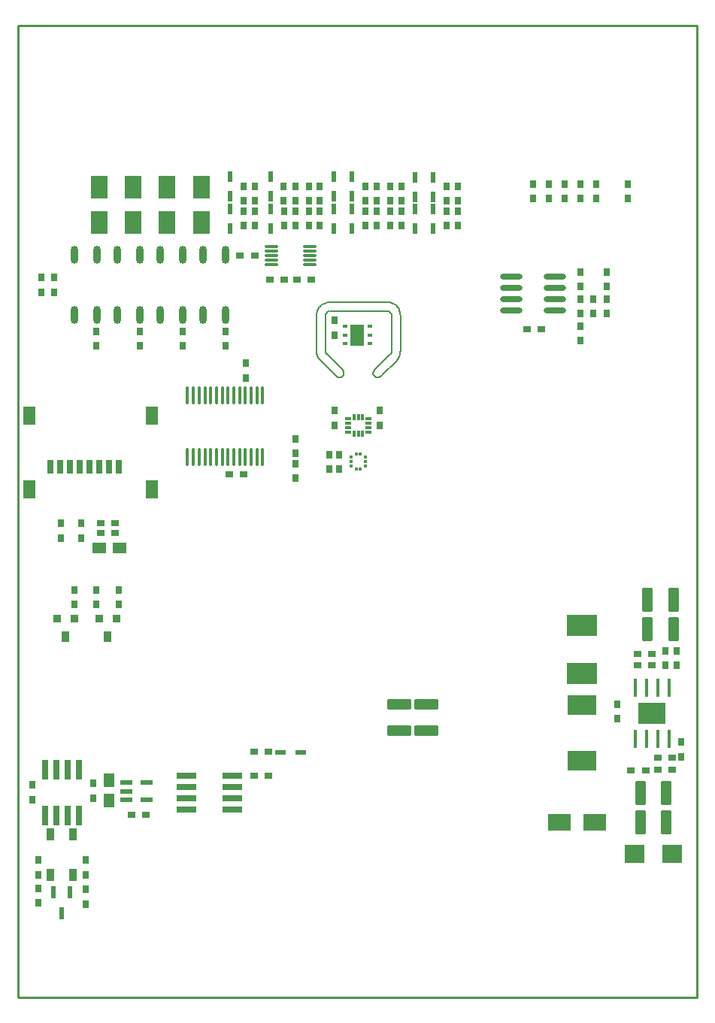
<source format=gtp>
%FSTAX23Y23*%
%MOIN*%
%SFA1B1*%

%IPPOS*%
%AMD15*
4,1,8,0.027000,-0.009900,0.027000,0.009900,0.025200,0.011600,-0.025200,0.011600,-0.027000,0.009900,-0.027000,-0.009900,-0.025200,-0.011600,0.025200,-0.011600,0.027000,-0.009900,0.0*
1,1,0.003480,0.025200,-0.009900*
1,1,0.003480,0.025200,0.009900*
1,1,0.003480,-0.025200,0.009900*
1,1,0.003480,-0.025200,-0.009900*
%
%AMD17*
4,1,8,-0.027600,-0.005500,0.027600,-0.005500,0.028900,-0.004100,0.028900,0.004100,0.027600,0.005500,-0.027600,0.005500,-0.028900,0.004100,-0.028900,-0.004100,-0.027600,-0.005500,0.0*
1,1,0.002760,-0.027600,-0.004100*
1,1,0.002760,0.027600,-0.004100*
1,1,0.002760,0.027600,0.004100*
1,1,0.002760,-0.027600,0.004100*
%
%AMD19*
4,1,8,-0.010800,-0.005900,0.010800,-0.005900,0.012300,-0.004400,0.012300,0.004400,0.010800,0.005900,-0.010800,0.005900,-0.012300,0.004400,-0.012300,-0.004400,-0.010800,-0.005900,0.0*
1,1,0.002960,-0.010800,-0.004400*
1,1,0.002960,0.010800,-0.004400*
1,1,0.002960,0.010800,0.004400*
1,1,0.002960,-0.010800,0.004400*
%
%AMD20*
4,1,8,-0.004400,-0.012300,0.004400,-0.012300,0.005900,-0.010800,0.005900,0.010800,0.004400,0.012300,-0.004400,0.012300,-0.005900,0.010800,-0.005900,-0.010800,-0.004400,-0.012300,0.0*
1,1,0.002960,-0.004400,-0.010800*
1,1,0.002960,0.004400,-0.010800*
1,1,0.002960,0.004400,0.010800*
1,1,0.002960,-0.004400,0.010800*
%
%AMD25*
4,1,8,0.017700,0.053100,-0.017700,0.053100,-0.022600,0.048200,-0.022600,-0.048200,-0.017700,-0.053100,0.017700,-0.053100,0.022600,-0.048200,0.022600,0.048200,0.017700,0.053100,0.0*
1,1,0.009960,0.017700,0.048200*
1,1,0.009960,-0.017700,0.048200*
1,1,0.009960,-0.017700,-0.048200*
1,1,0.009960,0.017700,-0.048200*
%
%AMD26*
4,1,8,-0.053100,0.017700,-0.053100,-0.017700,-0.048200,-0.022600,0.048200,-0.022600,0.053100,-0.017700,0.053100,0.017700,0.048200,0.022600,-0.048200,0.022600,-0.053100,0.017700,0.0*
1,1,0.009960,-0.048200,0.017700*
1,1,0.009960,-0.048200,-0.017700*
1,1,0.009960,0.048200,-0.017700*
1,1,0.009960,0.048200,0.017700*
%
%ADD10R,0.023620X0.053150*%
%ADD11R,0.017720X0.084650*%
%ADD12R,0.122050X0.094490*%
%ADD13R,0.036000X0.036000*%
%ADD14R,0.036000X0.050000*%
G04~CAMADD=15~8~0.0~0.0~232.3~539.4~17.4~0.0~15~0.0~0.0~0.0~0.0~0~0.0~0.0~0.0~0.0~0~0.0~0.0~0.0~270.0~540.0~232.0*
%ADD15D15*%
%ADD16R,0.035430X0.031500*%
G04~CAMADD=17~8~0.0~0.0~578.7~110.2~13.8~0.0~15~0.0~0.0~0.0~0.0~0~0.0~0.0~0.0~0.0~0~0.0~0.0~0.0~180.0~578.0~110.0*
%ADD17D17*%
%ADD18O,0.014330X0.079350*%
G04~CAMADD=19~8~0.0~0.0~246.1~118.1~14.8~0.0~15~0.0~0.0~0.0~0.0~0~0.0~0.0~0.0~0.0~0~0.0~0.0~0.0~180.0~246.0~118.0*
%ADD19D19*%
G04~CAMADD=20~8~0.0~0.0~118.1~246.1~14.8~0.0~15~0.0~0.0~0.0~0.0~0~0.0~0.0~0.0~0.0~0~0.0~0.0~0.0~180.0~118.0~246.0*
%ADD20D20*%
%ADD21O,0.035430X0.078740*%
%ADD22R,0.057090X0.078740*%
%ADD23R,0.031500X0.059050*%
%ADD24R,0.135000X0.098000*%
G04~CAMADD=25~8~0.0~0.0~452.8~1063.0~49.8~0.0~15~0.0~0.0~0.0~0.0~0~0.0~0.0~0.0~0.0~0~0.0~0.0~0.0~0.0~452.8~1063.0*
%ADD25D25*%
G04~CAMADD=26~8~0.0~0.0~452.8~1063.0~49.8~0.0~15~0.0~0.0~0.0~0.0~0~0.0~0.0~0.0~0.0~0~0.0~0.0~0.0~90.0~1062.0~452.0*
%ADD26D26*%
%ADD27R,0.013680X0.014830*%
%ADD28R,0.014830X0.013680*%
%ADD29R,0.035430X0.053150*%
%ADD30R,0.059050X0.094490*%
%ADD31R,0.023620X0.015750*%
%ADD32R,0.045560X0.019360*%
%ADD33R,0.019360X0.045560*%
%ADD34R,0.025590X0.085430*%
%ADD35R,0.085430X0.025590*%
%ADD36R,0.085430X0.078740*%
%ADD37R,0.074800X0.098420*%
%ADD38R,0.098420X0.074800*%
%ADD39R,0.031500X0.035430*%
%ADD40R,0.050000X0.060000*%
%ADD41R,0.060000X0.050000*%
%ADD42R,0.125200X0.085840*%
%ADD43O,0.098420X0.027560*%
%ADD45C,0.010000*%
%ADD55C,0.005910*%
%LNsbtech_icarusboard_1v0-1*%
%LPD*%
G54D10*
X0023Y00467D03*
X00155D03*
X00193Y00372D03*
G54D11*
X02736Y01147D03*
X02786D03*
X02836Y01148D03*
X02886Y01147D03*
Y01373D03*
X02836Y01373D03*
X02786Y01373D03*
X02736D03*
G54D12*
X02811Y0126D03*
G54D13*
X00435Y01679D03*
X0036D03*
X00173D03*
X00248D03*
G54D14*
X00397Y01599D03*
X0021D03*
G54D15*
X00571Y00952D03*
Y00877D03*
X00478D03*
Y00915D03*
Y00952D03*
G54D16*
X0118Y03184D03*
X01115D03*
X013D03*
X01235D03*
X00502Y0081D03*
X00567D03*
X01045Y01089D03*
X0111D03*
X0043Y02104D03*
X00365D03*
X02835Y01009D03*
X029D03*
X0281Y01524D03*
X02745D03*
X02717Y01008D03*
X02782D03*
X00935Y02319D03*
X01D03*
X01048Y0329D03*
X00983D03*
X01045Y00983D03*
X0111D03*
X00365Y02059D03*
X0043D03*
X0281Y01474D03*
X02745D03*
X02835Y01064D03*
X029D03*
X02255Y02964D03*
X0232D03*
G54D17*
X01292Y03251D03*
Y03271D03*
Y0329D03*
Y0331D03*
Y0333D03*
X01123D03*
Y0331D03*
Y0329D03*
Y03271D03*
Y03251D03*
G54D18*
X00751Y02398D03*
X00777D03*
X00802D03*
X00828D03*
X00854D03*
X00879D03*
X00905D03*
X0093D03*
X00956D03*
X00982D03*
X01007D03*
X01033D03*
X01058D03*
X01084D03*
X00751Y0267D03*
X00777D03*
X00802D03*
X00828D03*
X00854D03*
X00879D03*
X00905D03*
X0093D03*
X00956D03*
X00982D03*
X01007D03*
X01033D03*
X01058D03*
X01084D03*
G54D19*
X01553Y02507D03*
Y02527D03*
Y02546D03*
Y02566D03*
X01462D03*
Y02546D03*
Y02527D03*
Y02507D03*
G54D20*
X01527Y02572D03*
X01508D03*
X01488D03*
Y02501D03*
X01508D03*
X01527D03*
G54D21*
X00818Y03294D03*
X00918D03*
Y03027D03*
X00818D03*
X00628Y03294D03*
X00728D03*
Y03027D03*
X00628D03*
X00438Y03294D03*
X00538D03*
Y03027D03*
X00438D03*
X00248Y03294D03*
X00348D03*
Y03027D03*
X00248D03*
G54D22*
X0005Y02579D03*
X00592D03*
Y02252D03*
X0005Y02252D03*
G54D23*
X00143Y02354D03*
X00186Y02355D03*
X0023Y02354D03*
X00273D03*
X00317D03*
X0036D03*
X00403D03*
X00447D03*
G54D24*
X02498Y01437D03*
Y01651D03*
G54D25*
X02758Y00778D03*
X02874D03*
X02789Y01764D03*
X02906D03*
X02789Y01634D03*
X02906D03*
X02758Y00908D03*
X02874D03*
G54D26*
X01808Y01184D03*
Y01301D03*
X01688Y01184D03*
Y01301D03*
G54D27*
X01498Y02344D03*
X01517D03*
Y02409D03*
X01498D03*
G54D28*
X0154Y02357D03*
Y02376D03*
Y02396D03*
X01475D03*
Y02376D03*
Y02357D03*
G54D29*
X00143Y00543D03*
X00242D03*
Y00723D03*
X00143D03*
G54D30*
X01504Y02938D03*
G54D31*
X01448Y02901D03*
Y02938D03*
Y02976D03*
X01559D03*
Y02938D03*
Y02901D03*
G54D32*
X01252Y01087D03*
X01164D03*
G54D33*
X01838Y03498D03*
Y0341D03*
Y03638D03*
Y0355D03*
X01478Y03498D03*
Y0341D03*
Y0364D03*
Y03552D03*
X01758Y03498D03*
Y0341D03*
Y03638D03*
Y0355D03*
X01398Y03498D03*
Y0341D03*
Y03641D03*
Y03553D03*
X01118Y03498D03*
Y0341D03*
Y03641D03*
Y03553D03*
X00938Y03498D03*
Y0341D03*
Y03641D03*
Y03553D03*
G54D34*
X00268Y00808D03*
X00118D03*
X00268Y0101D03*
X00218D03*
X00168D03*
X00118D03*
X00218Y00808D03*
X00168D03*
G54D35*
X00949Y00983D03*
Y00833D03*
X00747Y00983D03*
Y00933D03*
Y00883D03*
Y00833D03*
X00949Y00933D03*
Y00883D03*
G54D36*
X02732Y00638D03*
X02901D03*
G54D37*
X00813Y03593D03*
Y03436D03*
X00658Y03593D03*
Y03436D03*
X00508Y03593D03*
Y03436D03*
X00358Y03593D03*
Y03436D03*
G54D38*
X02398Y00778D03*
X02555D03*
G54D39*
X00447Y01742D03*
Y01807D03*
X00347Y01742D03*
Y01807D03*
X00248Y01742D03*
Y01807D03*
X00188Y02102D03*
Y02037D03*
X00278Y02102D03*
Y02037D03*
X02493Y03542D03*
Y03607D03*
X02703Y03542D03*
Y03607D03*
X02493Y02912D03*
Y02977D03*
X02608Y03032D03*
Y03097D03*
X02493D03*
Y03032D03*
X02563Y03542D03*
Y03607D03*
X02423Y03542D03*
Y03607D03*
X02284Y03542D03*
Y03607D03*
X02353Y03542D03*
Y03607D03*
X02493Y03152D03*
Y03217D03*
X02548Y03097D03*
Y03032D03*
X00158Y03192D03*
Y03127D03*
X00103Y03192D03*
Y03127D03*
X01008Y02812D03*
Y02747D03*
X00918Y02954D03*
Y02889D03*
X00728Y02954D03*
Y02889D03*
X00538Y02954D03*
Y02889D03*
X00347Y02954D03*
Y02889D03*
X01948Y03487D03*
Y03422D03*
X01588Y03487D03*
Y03422D03*
X01898D03*
Y03487D03*
X01538Y03422D03*
Y03487D03*
X01898Y03532D03*
Y03597D03*
X01538Y03532D03*
Y03597D03*
X01648Y03487D03*
Y03422D03*
X01288Y03487D03*
Y03422D03*
X01698D03*
Y03487D03*
X01337Y03422D03*
Y03487D03*
X01698Y03532D03*
Y03597D03*
X01337Y03532D03*
Y03597D03*
X01228Y03487D03*
Y03422D03*
X01178D03*
Y03487D03*
X01177Y03532D03*
Y03597D03*
X01048Y03487D03*
Y03422D03*
X00998D03*
Y03487D03*
X01048Y03532D03*
Y03597D03*
X00298Y00609D03*
Y00544D03*
X00088Y00609D03*
Y00544D03*
X01228Y02367D03*
Y02302D03*
Y02412D03*
Y02477D03*
X02938Y01132D03*
Y01067D03*
X02868Y01537D03*
Y01472D03*
X02608Y03152D03*
Y03217D03*
X01948Y03532D03*
Y03597D03*
X01588Y03532D03*
Y03597D03*
X01648Y03532D03*
Y03597D03*
X01288Y03532D03*
Y03597D03*
X01228Y03532D03*
Y03597D03*
X00998Y03532D03*
Y03597D03*
X00298Y00479D03*
Y00414D03*
X00088Y00484D03*
Y00419D03*
X00063Y00877D03*
Y00942D03*
X00333Y00949D03*
Y00884D03*
X01378Y02342D03*
Y02407D03*
X01424Y02342D03*
Y02407D03*
X01603Y02602D03*
Y02537D03*
X01402D03*
Y02602D03*
Y02938D03*
Y03003D03*
X02918Y01537D03*
Y01472D03*
X02656Y01236D03*
Y01301D03*
G54D40*
X00403Y00874D03*
Y00964D03*
G54D41*
X00448Y01994D03*
X00358D03*
G54D42*
X02498Y01298D03*
Y01051D03*
G54D43*
X02378Y03047D03*
Y03097D03*
Y03147D03*
Y03197D03*
X02185Y03047D03*
Y03097D03*
Y03147D03*
Y03197D03*
G54D45*
X0Y0D02*
X03011D01*
Y04311*
X0D02*
X03011D01*
X0Y0D02*
Y04311D01*
G54D55*
X01413Y02754D02*
D01*
X01414Y02753*
X01415Y02752*
X01416Y02752*
X01417Y02751*
X01418Y02751*
X01419Y0275*
X0142Y0275*
X01421Y0275*
X01422Y02749*
X01423Y02749*
X01424Y02749*
X01424Y02749*
D01*
X01425Y02749*
X01426Y02749*
X01428Y0275*
X01429Y0275*
X0143Y0275*
X01431Y02751*
X01432Y02751*
X01433Y02752*
X01434Y02753*
X01435Y02753*
X01436Y02754*
X01436Y02754*
X0144Y02758D02*
D01*
X01441Y02759*
X01441Y0276*
X01442Y0276*
X01442Y02761*
X01443Y02762*
X01443Y02763*
X01443Y02764*
X01444Y02764*
X01444Y02765*
X01444Y02766*
X01444Y02767*
X01444Y02767*
Y02769D02*
D01*
X01444Y02771*
X01444Y02772*
X01444Y02773*
X01443Y02774*
X01443Y02776*
X01442Y02777*
X01442Y02778*
X01441Y02779*
X0144Y0278*
X0144Y02781*
X01439Y02782*
X01438Y02783*
X01362Y02867D02*
D01*
X01362Y02865*
X01363Y02864*
X01363Y02863*
X01363Y02861*
X01364Y0286*
X01364Y02859*
X01365Y02857*
X01365Y02856*
X01366Y02855*
X01367Y02854*
X01368Y02853*
X01368Y02853*
X01368Y03038D02*
D01*
X01367Y03037*
X01366Y03036*
X01365Y03035*
X01365Y03034*
X01364Y03033*
X01364Y03032*
X01363Y03031*
X01363Y03029*
X01363Y03028*
X01363Y03027*
X01362Y03025*
Y03025*
X01381Y03044D02*
D01*
X0138Y03044*
X01379Y03044*
X01377Y03043*
X01376Y03043*
X01375Y03043*
X01374Y03042*
X01372Y03042*
X01371Y03041*
X0137Y0304*
X01369Y03039*
X01368Y03039*
X01368Y03038*
X01649Y03038D02*
D01*
X01648Y03039*
X01647Y0304*
X01646Y03041*
X01645Y03042*
X01643Y03042*
X01642Y03043*
X01641Y03043*
X0164Y03043*
X01639Y03044*
X01637Y03044*
X01636Y03044*
X01636Y03044*
X01656Y03026D02*
D01*
X01656Y03027*
X01656Y03028*
X01655Y03029*
X01655Y0303*
X01655Y0303*
X01655Y03031*
X01654Y03032*
X01654Y03033*
X01653Y03034*
X01653Y03034*
X01652Y03035*
X01652Y03035*
X0165Y02853D02*
D01*
X01651Y02854*
X01652Y02855*
X01653Y02856*
X01653Y02858*
X01654Y02859*
X01654Y0286*
X01655Y02861*
X01655Y02862*
X01655Y02864*
X01656Y02865*
X01656Y02866*
X01656Y02867*
X01579Y02783D02*
D01*
X01578Y02782*
X01578Y02781*
X01577Y02779*
X01576Y02778*
X01576Y02777*
X01575Y02776*
X01575Y02775*
X01574Y02773*
X01574Y02772*
X01574Y02771*
X01574Y0277*
X01574Y02769*
D01*
X01574Y02768*
X01574Y02767*
X01574Y02766*
X01574Y02764*
X01575Y02763*
X01575Y02762*
X01576Y02761*
X01576Y0276*
X01577Y02759*
X01578Y02758*
X01579Y02757*
X01579Y02757*
X01583Y02753D02*
D01*
X01584Y02752*
X01584Y02752*
X01585Y02752*
X01585Y02751*
X01586Y02751*
X01586Y02751*
X01587Y0275*
X01587Y0275*
X01588Y0275*
X01589Y0275*
X01589Y0275*
X0159Y0275*
D01*
X01592Y0275*
X01594Y0275*
X01596Y02751*
X01598Y02751*
X01601Y02752*
X01603Y02753*
X01605Y02754*
X01607Y02755*
X01609Y02756*
X0161Y02758*
X01612Y02759*
X01612Y0276*
X01678Y02825D02*
D01*
X0168Y02828*
X01683Y02831*
X01685Y02834*
X01687Y02838*
X01689Y02841*
X01691Y02845*
X01692Y02849*
X01693Y02853*
X01694Y02856*
X01694Y0286*
X01694Y02864*
X01695Y02866*
Y03025D02*
D01*
X01694Y03029*
X01694Y03033*
X01693Y03037*
X01692Y03041*
X01691Y03045*
X0169Y03049*
X01688Y03052*
X01686Y03056*
X01683Y03059*
X01681Y03062*
X01678Y03065*
X01678Y03066*
D01*
X01675Y03069*
X01671Y03072*
X01668Y03074*
X01664Y03076*
X01661Y03078*
X01657Y0308*
X01653Y03081*
X01649Y03082*
X01645Y03083*
X01641Y03083*
X01637Y03084*
X01636Y03084*
X01382D02*
D01*
X01378Y03083*
X01374Y03083*
X0137Y03082*
X01366Y03081*
X01362Y0308*
X01358Y03078*
X01355Y03077*
X01351Y03075*
X01348Y03072*
X01344Y0307*
X01341Y03067*
X01341Y03066*
X01339Y03065D02*
D01*
X01336Y03062*
X01334Y03059*
X01332Y03056*
X0133Y03053*
X01328Y03049*
X01327Y03046*
X01326Y03043*
X01325Y03039*
X01324Y03035*
X01324Y03032*
X01323Y03028*
X01323Y03027*
Y02861D02*
D01*
X01323Y02858*
X01324Y02855*
X01324Y02852*
X01325Y02849*
X01326Y02847*
X01327Y02844*
X01328Y02841*
X0133Y02839*
X01331Y02836*
X01333Y02834*
X01335Y02832*
X01336Y02831*
X01412Y02755D02*
X01413Y02754D01*
X01436Y02754D02*
X0144Y02758D01*
X01444Y02767D02*
Y02769D01*
X01368Y02853D02*
X01438Y02783D01*
X01362Y02867D02*
Y03015D01*
Y03025*
X01382Y03044D02*
X01636D01*
X01649Y03038D02*
X01652Y03035D01*
X01656Y02867D02*
Y03026D01*
X01579Y02783D02*
X0165Y02853D01*
X01579Y02757D02*
X01583Y02753D01*
X01612Y0276D02*
X01678Y02825D01*
X01695Y02866D02*
Y03025D01*
X01382Y03084D02*
X01636D01*
X01339Y03065D02*
X01341Y03066D01*
X01323Y02861D02*
Y03027D01*
X01336Y02831D02*
X01416Y02751D01*
M02*
</source>
